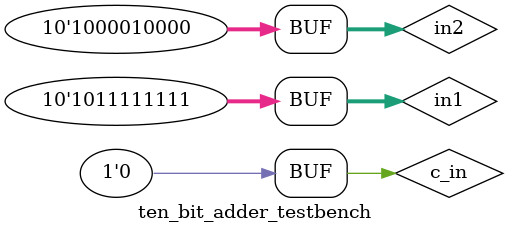
<source format=sv>
module ten_bit_adder(
	output logic [9:0] s
	,output logic c_out
	,input logic [9:0] in1, in2
	,input logic c_in
);
	
	assign {c_out, s} = in1 + in2 + c_in;
endmodule

module ten_bit_adder_testbench();
	logic [9:0] in1;
	logic [9:0] in2;
	wire [9:0] s;
	logic c_in;
	wire c_out;
	
	ten_bit_adder dut(.s(s), .c_out(c_out), .in1(in1), .in2(in2), .c_in(c_in));
	
	initial begin
		c_in = 0;
		//addition with one input 0
		in1 = 10'b0000000000; //0
		in2 = 10'b0000000001; //1
								    //output: 1
		#100;
		//addition with result 511
		in1 = 10'b0111110100; //500
		in2 = 10'b0000001011; //11
							       //output: 511
		#100;
		//addition with result 0
		in1 = 10'b1111111111; //-1
		in2 = 10'b0000000001; //1
							       //output: 0
		#100;
		//example of unsigned overflow
		in1 = 10'b1000000000; //512
		in2 = 10'b1100000000; //768
								    //output:0
		#100;
		//example of positive sign overflow
		in1 = 10'b0111000000; //448
		in2 = 10'b0100100000; //416
								    //output: -160
		#100;
		//example of negative sign overflow
		in1 = 10'b1011111111; //-257
		in2 = 10'b1000010000; //-496
								    //output: 271
		#100;
	end
endmodule

</source>
